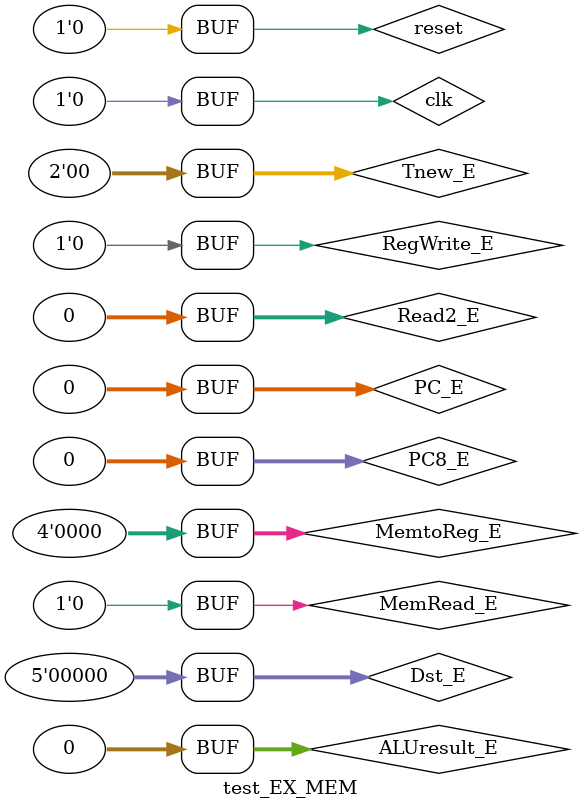
<source format=v>
`timescale 1ns / 1ps


module test_EX_MEM;

	// Inputs
	reg RegWrite_E;
	reg MemRead_E;
	reg [3:0] MemtoReg_E;
	reg [31:0] Read2_E;
	reg [31:0] PC_E;
	reg [31:0] PC8_E;
	reg [31:0] ALUresult_E;
	reg [4:0] Dst_E;
	reg [1:0] Tnew_E;
	reg clk;
	reg reset;

	// Outputs
	wire RegWrite_M;
	wire [3:0] MemtoReg_M;
	wire MemRead_M;
	wire [31:0] ALUresult_M;
	wire [31:0] PC_M;
	wire [31:0] PC8_M;
	wire [31:0] Read2_M;
	wire [4:0] Dst_M;
	wire [1:0] Tnew_M;

	// Instantiate the Unit Under Test (UUT)
	EX_MEM uut (
		.RegWrite_E(RegWrite_E), 
		.MemRead_E(MemRead_E), 
		.MemtoReg_E(MemtoReg_E), 
		.Read2_E(Read2_E), 
		.PC_E(PC_E), 
		.PC8_E(PC8_E), 
		.ALUresult_E(ALUresult_E), 
		.Dst_E(Dst_E), 
		.Tnew_E(Tnew_E), 
		.clk(clk), 
		.reset(reset), 
		.RegWrite_M(RegWrite_M), 
		.MemtoReg_M(MemtoReg_M), 
		.MemRead_M(MemRead_M), 
		.ALUresult_M(ALUresult_M), 
		.PC_M(PC_M), 
		.PC8_M(PC8_M), 
		.Read2_M(Read2_M), 
		.Dst_M(Dst_M), 
		.Tnew_M(Tnew_M)
	);

	initial begin
		// Initialize Inputs
		RegWrite_E = 0;
		MemRead_E = 0;
		MemtoReg_E = 0;
		Read2_E = 0;
		PC_E = 0;
		PC8_E = 0;
		ALUresult_E = 0;
		Dst_E = 0;
		Tnew_E = 0;
		clk = 0;
		reset = 0;

		// Wait 100 ns for global reset to finish
		#100;
        
		// Add stimulus here

	end
      
endmodule


</source>
